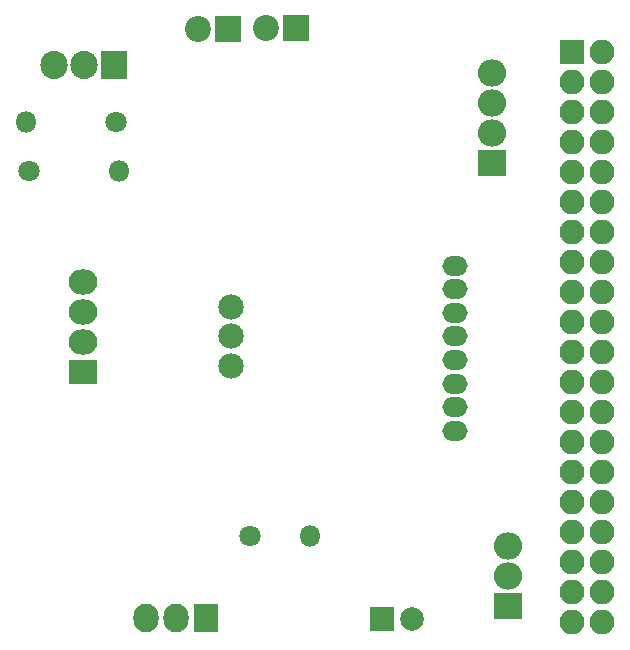
<source format=gbs>
G04 #@! TF.GenerationSoftware,KiCad,Pcbnew,(5.0.0-rc2-dev-482-gf81c77cd4)*
G04 #@! TF.CreationDate,2018-06-08T20:02:40+02:00*
G04 #@! TF.ProjectId,ha_plattform,68615F706C617474666F726D2E6B6963,rev?*
G04 #@! TF.SameCoordinates,Original*
G04 #@! TF.FileFunction,Soldermask,Bot*
G04 #@! TF.FilePolarity,Negative*
%FSLAX46Y46*%
G04 Gerber Fmt 4.6, Leading zero omitted, Abs format (unit mm)*
G04 Created by KiCad (PCBNEW (5.0.0-rc2-dev-482-gf81c77cd4)) date Fri Jun  8 20:02:40 2018*
%MOMM*%
%LPD*%
G01*
G04 APERTURE LIST*
%ADD10R,2.000000X2.000000*%
%ADD11C,2.000000*%
%ADD12R,2.200000X2.200000*%
%ADD13C,2.200000*%
%ADD14O,2.150000X1.700000*%
%ADD15C,2.150000*%
%ADD16O,2.100000X2.100000*%
%ADD17R,2.100000X2.100000*%
%ADD18O,2.432000X2.127200*%
%ADD19R,2.432000X2.127200*%
%ADD20R,2.127200X2.432000*%
%ADD21O,2.127200X2.432000*%
%ADD22R,2.400000X2.305000*%
%ADD23O,2.400000X2.305000*%
%ADD24C,1.800000*%
%ADD25O,1.800000X1.800000*%
%ADD26R,2.305000X2.400000*%
%ADD27O,2.305000X2.400000*%
G04 APERTURE END LIST*
D10*
X53040000Y-71450000D03*
D11*
X55540000Y-71450000D03*
D12*
X40010000Y-21460000D03*
D13*
X37470000Y-21460000D03*
D12*
X45730000Y-21410000D03*
D13*
X43190000Y-21410000D03*
D14*
X59230000Y-55510000D03*
X59230000Y-53510000D03*
X59230000Y-51510000D03*
X59230000Y-49510000D03*
X59230000Y-47510000D03*
X59230000Y-45510000D03*
X59230000Y-43510000D03*
X59230000Y-41510000D03*
D15*
X40230000Y-45010000D03*
X40230000Y-47510000D03*
X40230000Y-50010000D03*
D16*
X71690000Y-71700000D03*
X69150000Y-71700000D03*
X71690000Y-69160000D03*
X69150000Y-69160000D03*
X71690000Y-66620000D03*
X69150000Y-66620000D03*
X71690000Y-64080000D03*
X69150000Y-64080000D03*
X71690000Y-61540000D03*
X69150000Y-61540000D03*
X71690000Y-59000000D03*
X69150000Y-59000000D03*
X71690000Y-56460000D03*
X69150000Y-56460000D03*
X71690000Y-53920000D03*
X69150000Y-53920000D03*
X71690000Y-51380000D03*
X69150000Y-51380000D03*
X71690000Y-48840000D03*
X69150000Y-48840000D03*
X71690000Y-46300000D03*
X69150000Y-46300000D03*
X71690000Y-43760000D03*
X69150000Y-43760000D03*
X71690000Y-41220000D03*
X69150000Y-41220000D03*
X71690000Y-38680000D03*
X69150000Y-38680000D03*
X71690000Y-36140000D03*
X69150000Y-36140000D03*
X71690000Y-33600000D03*
X69150000Y-33600000D03*
X71690000Y-31060000D03*
X69150000Y-31060000D03*
X71690000Y-28520000D03*
X69150000Y-28520000D03*
X71690000Y-25980000D03*
X69150000Y-25980000D03*
X71690000Y-23440000D03*
D17*
X69150000Y-23440000D03*
D18*
X27754229Y-42900707D03*
X27754229Y-45440707D03*
X27754229Y-47980707D03*
D19*
X27754229Y-50520707D03*
D20*
X38150000Y-71360000D03*
D21*
X35610000Y-71360000D03*
X33070000Y-71360000D03*
D22*
X63700000Y-70310000D03*
D23*
X63700000Y-67770000D03*
X63700000Y-65230000D03*
D24*
X41830000Y-64440000D03*
D25*
X46910000Y-64440000D03*
D26*
X30340000Y-24520000D03*
D27*
X27800000Y-24520000D03*
X25260000Y-24520000D03*
D24*
X30480000Y-29390000D03*
D25*
X22860000Y-29390000D03*
X30730000Y-33470000D03*
D24*
X23110000Y-33470000D03*
D23*
X62360000Y-25170000D03*
X62360000Y-27710000D03*
X62360000Y-30250000D03*
D22*
X62360000Y-32790000D03*
M02*

</source>
